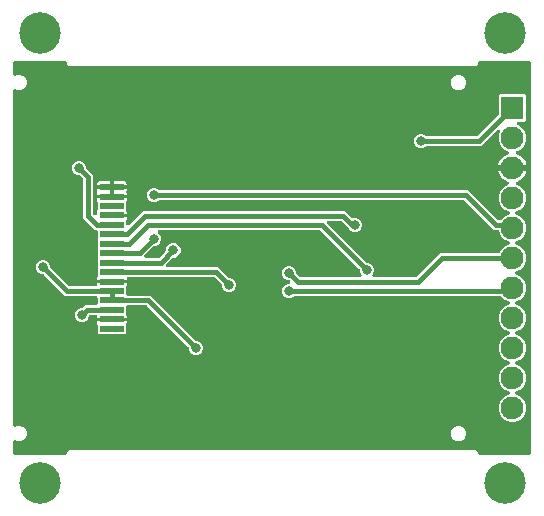
<source format=gbr>
G04 EAGLE Gerber RS-274X export*
G75*
%MOMM*%
%FSLAX34Y34*%
%LPD*%
%INBottom Copper*%
%IPPOS*%
%AMOC8*
5,1,8,0,0,1.08239X$1,22.5*%
G01*
%ADD10C,3.516000*%
%ADD11R,2.000000X0.500000*%
%ADD12R,1.930400X1.930400*%
%ADD13C,1.930400*%
%ADD14C,0.800100*%
%ADD15C,0.406400*%

G36*
X46762Y-1520D02*
X46762Y-1520D01*
X46788Y-1522D01*
X46935Y-1500D01*
X47082Y-1483D01*
X47107Y-1475D01*
X47133Y-1471D01*
X47271Y-1416D01*
X47410Y-1366D01*
X47432Y-1352D01*
X47457Y-1342D01*
X47578Y-1257D01*
X47703Y-1177D01*
X47721Y-1158D01*
X47743Y-1143D01*
X47842Y-1033D01*
X47945Y-926D01*
X47959Y-904D01*
X47976Y-884D01*
X48048Y-754D01*
X48124Y-627D01*
X48132Y-602D01*
X48145Y-579D01*
X48185Y-436D01*
X48230Y-295D01*
X48232Y-269D01*
X48240Y-244D01*
X48259Y0D01*
X48259Y1052D01*
X49748Y2541D01*
X394752Y2541D01*
X396241Y1052D01*
X396241Y0D01*
X396244Y-26D01*
X396242Y-52D01*
X396264Y-199D01*
X396281Y-346D01*
X396289Y-371D01*
X396293Y-397D01*
X396348Y-535D01*
X396398Y-674D01*
X396412Y-696D01*
X396422Y-721D01*
X396507Y-842D01*
X396587Y-967D01*
X396606Y-985D01*
X396621Y-1007D01*
X396731Y-1106D01*
X396838Y-1209D01*
X396860Y-1223D01*
X396880Y-1240D01*
X397010Y-1312D01*
X397137Y-1388D01*
X397162Y-1396D01*
X397185Y-1409D01*
X397328Y-1449D01*
X397469Y-1494D01*
X397495Y-1496D01*
X397520Y-1504D01*
X397764Y-1523D01*
X439420Y-1523D01*
X439446Y-1520D01*
X439472Y-1522D01*
X439619Y-1500D01*
X439766Y-1483D01*
X439791Y-1475D01*
X439817Y-1471D01*
X439955Y-1416D01*
X440094Y-1366D01*
X440116Y-1352D01*
X440141Y-1342D01*
X440262Y-1257D01*
X440387Y-1177D01*
X440405Y-1158D01*
X440427Y-1143D01*
X440526Y-1033D01*
X440629Y-926D01*
X440643Y-904D01*
X440660Y-884D01*
X440732Y-754D01*
X440808Y-627D01*
X440816Y-602D01*
X440829Y-579D01*
X440869Y-436D01*
X440914Y-295D01*
X440916Y-269D01*
X440924Y-244D01*
X440943Y0D01*
X440943Y330200D01*
X440940Y330226D01*
X440942Y330252D01*
X440920Y330399D01*
X440903Y330546D01*
X440895Y330571D01*
X440891Y330597D01*
X440836Y330735D01*
X440786Y330874D01*
X440772Y330896D01*
X440762Y330921D01*
X440677Y331042D01*
X440597Y331167D01*
X440578Y331185D01*
X440563Y331207D01*
X440453Y331306D01*
X440346Y331409D01*
X440324Y331423D01*
X440304Y331440D01*
X440174Y331512D01*
X440047Y331588D01*
X440022Y331596D01*
X439999Y331609D01*
X439856Y331649D01*
X439715Y331694D01*
X439689Y331696D01*
X439664Y331704D01*
X439420Y331723D01*
X397764Y331723D01*
X397738Y331720D01*
X397712Y331722D01*
X397565Y331700D01*
X397418Y331683D01*
X397393Y331675D01*
X397367Y331671D01*
X397229Y331616D01*
X397090Y331566D01*
X397068Y331552D01*
X397043Y331542D01*
X396922Y331457D01*
X396797Y331377D01*
X396779Y331358D01*
X396757Y331343D01*
X396658Y331233D01*
X396555Y331126D01*
X396541Y331104D01*
X396524Y331084D01*
X396452Y330954D01*
X396376Y330827D01*
X396368Y330802D01*
X396355Y330779D01*
X396315Y330636D01*
X396270Y330495D01*
X396268Y330469D01*
X396260Y330444D01*
X396241Y330200D01*
X396241Y329148D01*
X394752Y327659D01*
X49748Y327659D01*
X48259Y329148D01*
X48259Y330200D01*
X48256Y330226D01*
X48258Y330252D01*
X48236Y330399D01*
X48219Y330546D01*
X48211Y330571D01*
X48207Y330597D01*
X48152Y330735D01*
X48102Y330874D01*
X48088Y330896D01*
X48078Y330921D01*
X47993Y331042D01*
X47913Y331167D01*
X47894Y331185D01*
X47879Y331207D01*
X47769Y331306D01*
X47662Y331409D01*
X47640Y331423D01*
X47620Y331440D01*
X47490Y331512D01*
X47363Y331588D01*
X47338Y331596D01*
X47315Y331609D01*
X47172Y331649D01*
X47031Y331694D01*
X47005Y331696D01*
X46980Y331704D01*
X46736Y331723D01*
X4064Y331723D01*
X4038Y331720D01*
X4012Y331722D01*
X3865Y331700D01*
X3718Y331683D01*
X3693Y331675D01*
X3667Y331671D01*
X3529Y331616D01*
X3390Y331566D01*
X3368Y331552D01*
X3343Y331542D01*
X3222Y331457D01*
X3097Y331377D01*
X3079Y331358D01*
X3057Y331343D01*
X2958Y331233D01*
X2855Y331126D01*
X2841Y331104D01*
X2824Y331084D01*
X2752Y330954D01*
X2676Y330827D01*
X2668Y330802D01*
X2655Y330779D01*
X2615Y330636D01*
X2570Y330495D01*
X2568Y330469D01*
X2560Y330444D01*
X2541Y330200D01*
X2541Y320945D01*
X2558Y320797D01*
X2570Y320646D01*
X2578Y320623D01*
X2581Y320599D01*
X2631Y320458D01*
X2677Y320315D01*
X2690Y320294D01*
X2698Y320271D01*
X2780Y320145D01*
X2857Y320016D01*
X2874Y319999D01*
X2887Y319978D01*
X2995Y319874D01*
X3100Y319766D01*
X3120Y319753D01*
X3138Y319736D01*
X3267Y319659D01*
X3393Y319578D01*
X3416Y319570D01*
X3437Y319557D01*
X3580Y319512D01*
X3722Y319461D01*
X3746Y319458D01*
X3769Y319451D01*
X3918Y319439D01*
X4068Y319422D01*
X4092Y319425D01*
X4116Y319423D01*
X4265Y319445D01*
X4414Y319463D01*
X4442Y319472D01*
X4461Y319475D01*
X4505Y319492D01*
X4647Y319538D01*
X6319Y320231D01*
X8921Y320231D01*
X11325Y319235D01*
X13165Y317395D01*
X14161Y314991D01*
X14161Y312389D01*
X13165Y309985D01*
X11325Y308145D01*
X8921Y307149D01*
X6319Y307149D01*
X4647Y307842D01*
X4502Y307883D01*
X4359Y307929D01*
X4335Y307931D01*
X4312Y307938D01*
X4161Y307945D01*
X4012Y307957D01*
X3988Y307953D01*
X3964Y307955D01*
X3816Y307928D01*
X3667Y307905D01*
X3645Y307896D01*
X3621Y307892D01*
X3483Y307832D01*
X3343Y307777D01*
X3323Y307763D01*
X3301Y307753D01*
X3180Y307663D01*
X3057Y307578D01*
X3041Y307560D01*
X3021Y307545D01*
X2924Y307430D01*
X2824Y307319D01*
X2812Y307298D01*
X2796Y307279D01*
X2728Y307145D01*
X2655Y307014D01*
X2649Y306990D01*
X2638Y306969D01*
X2601Y306823D01*
X2560Y306678D01*
X2558Y306649D01*
X2553Y306631D01*
X2553Y306584D01*
X2541Y306435D01*
X2541Y23765D01*
X2558Y23617D01*
X2570Y23466D01*
X2578Y23443D01*
X2581Y23419D01*
X2631Y23278D01*
X2677Y23135D01*
X2690Y23114D01*
X2698Y23091D01*
X2780Y22965D01*
X2857Y22836D01*
X2874Y22819D01*
X2887Y22798D01*
X2995Y22694D01*
X3100Y22586D01*
X3120Y22573D01*
X3138Y22556D01*
X3267Y22479D01*
X3393Y22398D01*
X3416Y22390D01*
X3437Y22377D01*
X3580Y22332D01*
X3722Y22281D01*
X3746Y22278D01*
X3769Y22271D01*
X3918Y22259D01*
X4068Y22242D01*
X4092Y22245D01*
X4116Y22243D01*
X4265Y22265D01*
X4414Y22283D01*
X4442Y22292D01*
X4461Y22295D01*
X4505Y22312D01*
X4647Y22358D01*
X6319Y23051D01*
X8921Y23051D01*
X11325Y22055D01*
X13165Y20215D01*
X14161Y17811D01*
X14161Y15209D01*
X13165Y12805D01*
X11325Y10965D01*
X8921Y9969D01*
X6319Y9969D01*
X4647Y10662D01*
X4502Y10703D01*
X4359Y10749D01*
X4335Y10751D01*
X4312Y10758D01*
X4161Y10765D01*
X4012Y10777D01*
X3988Y10773D01*
X3964Y10775D01*
X3816Y10748D01*
X3667Y10725D01*
X3645Y10716D01*
X3621Y10712D01*
X3483Y10652D01*
X3343Y10597D01*
X3323Y10583D01*
X3301Y10573D01*
X3180Y10483D01*
X3057Y10398D01*
X3041Y10380D01*
X3021Y10365D01*
X2924Y10250D01*
X2824Y10139D01*
X2812Y10118D01*
X2796Y10099D01*
X2728Y9965D01*
X2655Y9834D01*
X2649Y9810D01*
X2638Y9789D01*
X2601Y9643D01*
X2560Y9498D01*
X2558Y9469D01*
X2553Y9451D01*
X2553Y9404D01*
X2541Y9255D01*
X2541Y0D01*
X2544Y-26D01*
X2542Y-52D01*
X2564Y-199D01*
X2581Y-346D01*
X2589Y-371D01*
X2593Y-397D01*
X2648Y-535D01*
X2698Y-674D01*
X2712Y-696D01*
X2722Y-721D01*
X2807Y-842D01*
X2887Y-967D01*
X2906Y-985D01*
X2921Y-1007D01*
X3031Y-1106D01*
X3138Y-1209D01*
X3160Y-1223D01*
X3180Y-1240D01*
X3310Y-1312D01*
X3437Y-1388D01*
X3462Y-1396D01*
X3485Y-1409D01*
X3628Y-1449D01*
X3769Y-1494D01*
X3795Y-1496D01*
X3820Y-1504D01*
X4064Y-1523D01*
X46736Y-1523D01*
X46762Y-1520D01*
G37*
%LPC*%
G36*
X423126Y26415D02*
X423126Y26415D01*
X418831Y28194D01*
X415544Y31481D01*
X413765Y35776D01*
X413765Y40424D01*
X415544Y44719D01*
X418831Y48006D01*
X422179Y49393D01*
X422267Y49441D01*
X422359Y49482D01*
X422419Y49526D01*
X422484Y49562D01*
X422558Y49629D01*
X422639Y49689D01*
X422687Y49746D01*
X422742Y49796D01*
X422799Y49879D01*
X422864Y49955D01*
X422898Y50022D01*
X422940Y50083D01*
X422977Y50176D01*
X423023Y50266D01*
X423041Y50338D01*
X423068Y50407D01*
X423083Y50506D01*
X423107Y50604D01*
X423108Y50678D01*
X423119Y50752D01*
X423111Y50852D01*
X423112Y50952D01*
X423096Y51025D01*
X423090Y51099D01*
X423059Y51195D01*
X423038Y51293D01*
X423006Y51360D01*
X422983Y51431D01*
X422931Y51517D01*
X422888Y51608D01*
X422842Y51666D01*
X422803Y51729D01*
X422733Y51802D01*
X422671Y51880D01*
X422612Y51926D01*
X422560Y51979D01*
X422476Y52034D01*
X422397Y52096D01*
X422308Y52142D01*
X422267Y52168D01*
X422233Y52180D01*
X422179Y52207D01*
X418831Y53594D01*
X415544Y56881D01*
X413765Y61176D01*
X413765Y65824D01*
X415544Y70119D01*
X418831Y73406D01*
X422179Y74793D01*
X422267Y74841D01*
X422359Y74882D01*
X422419Y74926D01*
X422484Y74962D01*
X422558Y75029D01*
X422639Y75089D01*
X422687Y75146D01*
X422742Y75196D01*
X422799Y75279D01*
X422864Y75355D01*
X422898Y75422D01*
X422940Y75483D01*
X422977Y75576D01*
X423023Y75666D01*
X423041Y75738D01*
X423068Y75807D01*
X423083Y75906D01*
X423107Y76004D01*
X423108Y76078D01*
X423119Y76152D01*
X423111Y76252D01*
X423112Y76352D01*
X423096Y76425D01*
X423090Y76499D01*
X423059Y76595D01*
X423038Y76693D01*
X423006Y76760D01*
X422983Y76831D01*
X422931Y76917D01*
X422888Y77008D01*
X422842Y77066D01*
X422803Y77129D01*
X422733Y77202D01*
X422671Y77280D01*
X422612Y77326D01*
X422560Y77379D01*
X422476Y77434D01*
X422397Y77496D01*
X422308Y77542D01*
X422267Y77568D01*
X422233Y77580D01*
X422179Y77607D01*
X418831Y78994D01*
X415544Y82281D01*
X413765Y86576D01*
X413765Y91224D01*
X415544Y95519D01*
X418831Y98806D01*
X422179Y100193D01*
X422267Y100241D01*
X422359Y100282D01*
X422419Y100326D01*
X422484Y100362D01*
X422558Y100429D01*
X422639Y100489D01*
X422687Y100546D01*
X422742Y100596D01*
X422799Y100679D01*
X422864Y100755D01*
X422898Y100822D01*
X422940Y100883D01*
X422977Y100976D01*
X423023Y101066D01*
X423041Y101138D01*
X423068Y101207D01*
X423083Y101306D01*
X423107Y101404D01*
X423108Y101478D01*
X423119Y101552D01*
X423111Y101652D01*
X423112Y101752D01*
X423096Y101825D01*
X423090Y101899D01*
X423059Y101995D01*
X423038Y102093D01*
X423006Y102160D01*
X422983Y102231D01*
X422931Y102317D01*
X422888Y102408D01*
X422842Y102466D01*
X422803Y102529D01*
X422733Y102602D01*
X422671Y102680D01*
X422612Y102726D01*
X422560Y102779D01*
X422476Y102834D01*
X422397Y102896D01*
X422308Y102942D01*
X422267Y102968D01*
X422233Y102980D01*
X422179Y103007D01*
X418831Y104394D01*
X415544Y107681D01*
X413765Y111976D01*
X413765Y116624D01*
X415544Y120919D01*
X418831Y124206D01*
X422179Y125593D01*
X422267Y125641D01*
X422359Y125682D01*
X422419Y125726D01*
X422484Y125762D01*
X422558Y125829D01*
X422639Y125889D01*
X422687Y125946D01*
X422742Y125996D01*
X422799Y126079D01*
X422864Y126155D01*
X422898Y126222D01*
X422940Y126283D01*
X422977Y126376D01*
X423023Y126466D01*
X423041Y126538D01*
X423068Y126607D01*
X423083Y126706D01*
X423107Y126804D01*
X423108Y126878D01*
X423119Y126952D01*
X423111Y127052D01*
X423112Y127152D01*
X423096Y127225D01*
X423090Y127299D01*
X423059Y127395D01*
X423038Y127493D01*
X423006Y127560D01*
X422983Y127631D01*
X422931Y127717D01*
X422888Y127808D01*
X422842Y127866D01*
X422803Y127929D01*
X422733Y128002D01*
X422671Y128080D01*
X422612Y128126D01*
X422560Y128179D01*
X422476Y128234D01*
X422397Y128296D01*
X422308Y128342D01*
X422267Y128368D01*
X422233Y128380D01*
X422179Y128407D01*
X418831Y129794D01*
X415976Y132649D01*
X415877Y132728D01*
X415783Y132812D01*
X415741Y132836D01*
X415703Y132866D01*
X415589Y132920D01*
X415478Y132981D01*
X415432Y132994D01*
X415388Y133015D01*
X415265Y133041D01*
X415143Y133076D01*
X415082Y133081D01*
X415047Y133088D01*
X414999Y133087D01*
X414899Y133095D01*
X241319Y133095D01*
X241193Y133081D01*
X241067Y133074D01*
X241020Y133061D01*
X240972Y133055D01*
X240853Y133013D01*
X240732Y132978D01*
X240690Y132954D01*
X240644Y132938D01*
X240538Y132869D01*
X240428Y132808D01*
X240381Y132768D01*
X240351Y132749D01*
X240318Y132714D01*
X240241Y132649D01*
X239638Y132045D01*
X237420Y131127D01*
X235020Y131127D01*
X232802Y132045D01*
X231105Y133742D01*
X230187Y135960D01*
X230187Y138360D01*
X231105Y140578D01*
X232802Y142275D01*
X235020Y143193D01*
X236001Y143193D01*
X236101Y143205D01*
X236201Y143206D01*
X236273Y143225D01*
X236347Y143233D01*
X236442Y143267D01*
X236539Y143292D01*
X236605Y143326D01*
X236675Y143351D01*
X236760Y143405D01*
X236849Y143451D01*
X236906Y143499D01*
X236968Y143540D01*
X237038Y143612D01*
X237114Y143677D01*
X237159Y143737D01*
X237210Y143790D01*
X237262Y143877D01*
X237322Y143957D01*
X237351Y144026D01*
X237389Y144089D01*
X237420Y144185D01*
X237460Y144277D01*
X237473Y144351D01*
X237495Y144421D01*
X237503Y144521D01*
X237521Y144620D01*
X237517Y144695D01*
X237523Y144769D01*
X237508Y144868D01*
X237503Y144968D01*
X237483Y145040D01*
X237472Y145113D01*
X237434Y145207D01*
X237407Y145303D01*
X237370Y145368D01*
X237343Y145437D01*
X237286Y145520D01*
X237236Y145607D01*
X237171Y145684D01*
X237144Y145723D01*
X237117Y145747D01*
X237078Y145794D01*
X236951Y145921D01*
X236852Y145999D01*
X236758Y146084D01*
X236716Y146107D01*
X236678Y146137D01*
X236564Y146191D01*
X236453Y146252D01*
X236406Y146266D01*
X236363Y146286D01*
X236239Y146313D01*
X236118Y146347D01*
X236057Y146352D01*
X236022Y146360D01*
X235974Y146359D01*
X235874Y146367D01*
X235020Y146367D01*
X232802Y147285D01*
X231105Y148982D01*
X230187Y151200D01*
X230187Y153600D01*
X231105Y155818D01*
X232802Y157515D01*
X235020Y158433D01*
X237420Y158433D01*
X239638Y157515D01*
X241335Y155818D01*
X242253Y153600D01*
X242253Y152746D01*
X242268Y152621D01*
X242274Y152494D01*
X242288Y152448D01*
X242293Y152400D01*
X242336Y152281D01*
X242371Y152159D01*
X242394Y152117D01*
X242411Y152072D01*
X242479Y151966D01*
X242541Y151855D01*
X242580Y151809D01*
X242600Y151779D01*
X242634Y151745D01*
X242699Y151669D01*
X245078Y149291D01*
X245177Y149212D01*
X245270Y149128D01*
X245313Y149104D01*
X245351Y149074D01*
X245465Y149020D01*
X245575Y148959D01*
X245622Y148946D01*
X245666Y148925D01*
X245789Y148899D01*
X245911Y148864D01*
X245972Y148859D01*
X246006Y148852D01*
X246054Y148853D01*
X246155Y148845D01*
X296146Y148845D01*
X296245Y148856D01*
X296346Y148858D01*
X296418Y148876D01*
X296492Y148885D01*
X296586Y148918D01*
X296684Y148943D01*
X296750Y148977D01*
X296820Y149002D01*
X296904Y149057D01*
X296994Y149103D01*
X297050Y149151D01*
X297113Y149191D01*
X297182Y149263D01*
X297259Y149328D01*
X297303Y149388D01*
X297355Y149442D01*
X297406Y149528D01*
X297466Y149609D01*
X297496Y149677D01*
X297534Y149741D01*
X297564Y149836D01*
X297604Y149929D01*
X297617Y150002D01*
X297640Y150073D01*
X297648Y150173D01*
X297666Y150272D01*
X297662Y150346D01*
X297668Y150420D01*
X297653Y150519D01*
X297648Y150620D01*
X297627Y150691D01*
X297616Y150765D01*
X297579Y150858D01*
X297551Y150955D01*
X297515Y151020D01*
X297487Y151089D01*
X297430Y151171D01*
X297381Y151259D01*
X297316Y151335D01*
X297289Y151375D01*
X297262Y151399D01*
X297223Y151445D01*
X297145Y151522D01*
X296227Y153740D01*
X296227Y154594D01*
X296212Y154719D01*
X296206Y154846D01*
X296192Y154892D01*
X296187Y154940D01*
X296144Y155059D01*
X296109Y155181D01*
X296086Y155223D01*
X296069Y155268D01*
X296001Y155374D01*
X295939Y155485D01*
X295900Y155531D01*
X295880Y155561D01*
X295846Y155595D01*
X295781Y155671D01*
X262922Y188529D01*
X262823Y188608D01*
X262730Y188692D01*
X262687Y188716D01*
X262649Y188746D01*
X262535Y188800D01*
X262425Y188861D01*
X262378Y188874D01*
X262334Y188895D01*
X262211Y188921D01*
X262089Y188956D01*
X262028Y188961D01*
X261994Y188968D01*
X261946Y188967D01*
X261845Y188975D01*
X126484Y188975D01*
X126385Y188964D01*
X126284Y188962D01*
X126212Y188944D01*
X126138Y188935D01*
X126044Y188902D01*
X125946Y188877D01*
X125880Y188843D01*
X125810Y188818D01*
X125726Y188763D01*
X125636Y188717D01*
X125580Y188669D01*
X125517Y188629D01*
X125448Y188557D01*
X125371Y188492D01*
X125327Y188432D01*
X125275Y188378D01*
X125224Y188292D01*
X125164Y188211D01*
X125134Y188143D01*
X125096Y188079D01*
X125066Y187983D01*
X125026Y187891D01*
X125013Y187818D01*
X124990Y187747D01*
X124982Y187647D01*
X124964Y187548D01*
X124968Y187474D01*
X124962Y187400D01*
X124977Y187300D01*
X124982Y187200D01*
X125003Y187129D01*
X125014Y187055D01*
X125051Y186962D01*
X125079Y186865D01*
X125115Y186800D01*
X125143Y186731D01*
X125200Y186649D01*
X125249Y186561D01*
X125314Y186485D01*
X125341Y186445D01*
X125368Y186421D01*
X125407Y186375D01*
X127035Y184748D01*
X127953Y182530D01*
X127953Y180130D01*
X127035Y177912D01*
X125338Y176215D01*
X123120Y175297D01*
X122266Y175297D01*
X122141Y175282D01*
X122014Y175276D01*
X121968Y175262D01*
X121920Y175257D01*
X121801Y175214D01*
X121679Y175179D01*
X121637Y175156D01*
X121592Y175139D01*
X121485Y175071D01*
X121375Y175009D01*
X121329Y174970D01*
X121299Y174950D01*
X121265Y174916D01*
X121189Y174851D01*
X114103Y167765D01*
X114041Y167687D01*
X113971Y167614D01*
X113933Y167550D01*
X113887Y167492D01*
X113844Y167401D01*
X113792Y167315D01*
X113770Y167244D01*
X113738Y167177D01*
X113717Y167079D01*
X113686Y166983D01*
X113680Y166909D01*
X113665Y166836D01*
X113666Y166736D01*
X113658Y166636D01*
X113669Y166562D01*
X113671Y166488D01*
X113695Y166391D01*
X113710Y166291D01*
X113737Y166222D01*
X113756Y166150D01*
X113802Y166060D01*
X113839Y165967D01*
X113881Y165906D01*
X113915Y165840D01*
X113980Y165763D01*
X114038Y165681D01*
X114093Y165631D01*
X114141Y165575D01*
X114222Y165515D01*
X114296Y165448D01*
X114361Y165412D01*
X114421Y165367D01*
X114514Y165328D01*
X114601Y165279D01*
X114673Y165259D01*
X114741Y165229D01*
X114840Y165212D01*
X114937Y165184D01*
X115037Y165176D01*
X115084Y165168D01*
X115120Y165170D01*
X115181Y165165D01*
X125765Y165165D01*
X125891Y165179D01*
X126017Y165186D01*
X126064Y165199D01*
X126112Y165205D01*
X126231Y165247D01*
X126352Y165282D01*
X126394Y165306D01*
X126440Y165322D01*
X126546Y165391D01*
X126656Y165452D01*
X126702Y165492D01*
X126732Y165511D01*
X126766Y165546D01*
X126842Y165611D01*
X131329Y170097D01*
X131372Y170152D01*
X131422Y170200D01*
X131480Y170288D01*
X131545Y170370D01*
X131575Y170433D01*
X131613Y170491D01*
X131649Y170590D01*
X131694Y170685D01*
X131709Y170753D01*
X131733Y170819D01*
X131759Y170985D01*
X131768Y171026D01*
X131767Y171040D01*
X131771Y171061D01*
X131772Y171082D01*
X131867Y171164D01*
X131873Y171171D01*
X131880Y171175D01*
X131990Y171297D01*
X132104Y171420D01*
X132108Y171428D01*
X132114Y171434D01*
X132194Y171580D01*
X132276Y171723D01*
X132278Y171732D01*
X132282Y171739D01*
X132328Y171899D01*
X132374Y172057D01*
X132375Y172066D01*
X132377Y172075D01*
X132397Y172318D01*
X132397Y172650D01*
X133315Y174868D01*
X135012Y176565D01*
X137230Y177483D01*
X139630Y177483D01*
X141848Y176565D01*
X143545Y174868D01*
X144463Y172650D01*
X144463Y170250D01*
X143545Y168032D01*
X141848Y166335D01*
X139630Y165417D01*
X138776Y165417D01*
X138651Y165402D01*
X138524Y165396D01*
X138478Y165382D01*
X138430Y165377D01*
X138311Y165334D01*
X138189Y165299D01*
X138147Y165276D01*
X138102Y165259D01*
X137996Y165191D01*
X137885Y165129D01*
X137839Y165090D01*
X137809Y165070D01*
X137775Y165036D01*
X137699Y164971D01*
X132493Y159765D01*
X132431Y159687D01*
X132361Y159614D01*
X132323Y159550D01*
X132277Y159492D01*
X132234Y159401D01*
X132182Y159315D01*
X132160Y159244D01*
X132128Y159177D01*
X132107Y159079D01*
X132076Y158983D01*
X132070Y158909D01*
X132055Y158836D01*
X132056Y158736D01*
X132048Y158636D01*
X132059Y158562D01*
X132061Y158488D01*
X132085Y158391D01*
X132100Y158291D01*
X132127Y158222D01*
X132146Y158150D01*
X132192Y158060D01*
X132229Y157967D01*
X132271Y157906D01*
X132305Y157840D01*
X132370Y157763D01*
X132428Y157681D01*
X132483Y157631D01*
X132531Y157575D01*
X132612Y157515D01*
X132686Y157448D01*
X132751Y157412D01*
X132811Y157367D01*
X132903Y157328D01*
X132991Y157279D01*
X133063Y157259D01*
X133131Y157229D01*
X133230Y157212D01*
X133327Y157184D01*
X133427Y157176D01*
X133474Y157168D01*
X133510Y157170D01*
X133571Y157165D01*
X176244Y157165D01*
X184689Y148719D01*
X184788Y148641D01*
X184882Y148556D01*
X184924Y148533D01*
X184962Y148503D01*
X185076Y148449D01*
X185187Y148388D01*
X185233Y148374D01*
X185277Y148354D01*
X185401Y148327D01*
X185522Y148293D01*
X185583Y148288D01*
X185618Y148280D01*
X185666Y148281D01*
X185766Y148273D01*
X186620Y148273D01*
X188838Y147355D01*
X190535Y145658D01*
X191453Y143440D01*
X191453Y141040D01*
X190535Y138822D01*
X188838Y137125D01*
X186620Y136207D01*
X184220Y136207D01*
X182002Y137125D01*
X180305Y138822D01*
X179387Y141040D01*
X179387Y141894D01*
X179372Y142019D01*
X179366Y142146D01*
X179352Y142192D01*
X179347Y142240D01*
X179304Y142359D01*
X179269Y142481D01*
X179246Y142523D01*
X179229Y142568D01*
X179161Y142674D01*
X179099Y142785D01*
X179060Y142831D01*
X179040Y142861D01*
X179006Y142895D01*
X178941Y142971D01*
X173322Y148589D01*
X173223Y148668D01*
X173130Y148752D01*
X173087Y148776D01*
X173049Y148806D01*
X172935Y148860D01*
X172825Y148921D01*
X172778Y148934D01*
X172734Y148955D01*
X172611Y148981D01*
X172489Y149016D01*
X172428Y149021D01*
X172394Y149028D01*
X172346Y149027D01*
X172245Y149035D01*
X100234Y149035D01*
X100208Y149032D01*
X100182Y149034D01*
X100035Y149012D01*
X99888Y148995D01*
X99863Y148987D01*
X99837Y148983D01*
X99699Y148928D01*
X99560Y148878D01*
X99538Y148864D01*
X99513Y148854D01*
X99392Y148769D01*
X99267Y148689D01*
X99249Y148670D01*
X99227Y148655D01*
X99128Y148545D01*
X99025Y148438D01*
X99011Y148416D01*
X98994Y148396D01*
X98922Y148266D01*
X98846Y148139D01*
X98838Y148114D01*
X98825Y148091D01*
X98785Y147948D01*
X98740Y147807D01*
X98738Y147781D01*
X98730Y147756D01*
X98711Y147512D01*
X98711Y146623D01*
X86170Y146623D01*
X73629Y146623D01*
X73629Y147935D01*
X73802Y148581D01*
X73933Y148807D01*
X73974Y148901D01*
X74023Y148990D01*
X74043Y149060D01*
X74072Y149127D01*
X74090Y149227D01*
X74118Y149325D01*
X74126Y149423D01*
X74134Y149470D01*
X74132Y149506D01*
X74137Y149569D01*
X74137Y156859D01*
X74157Y156951D01*
X74157Y156977D01*
X74161Y157004D01*
X74154Y157151D01*
X74151Y157299D01*
X74145Y157325D01*
X74143Y157352D01*
X74137Y157373D01*
X74137Y164859D01*
X74157Y164951D01*
X74157Y164977D01*
X74161Y165004D01*
X74154Y165151D01*
X74151Y165299D01*
X74145Y165325D01*
X74143Y165352D01*
X74137Y165373D01*
X74137Y172859D01*
X74157Y172951D01*
X74157Y172977D01*
X74161Y173004D01*
X74154Y173151D01*
X74151Y173299D01*
X74145Y173325D01*
X74143Y173352D01*
X74137Y173373D01*
X74137Y180859D01*
X74157Y180951D01*
X74157Y180977D01*
X74161Y181004D01*
X74154Y181151D01*
X74151Y181299D01*
X74145Y181325D01*
X74143Y181352D01*
X74137Y181373D01*
X74137Y187512D01*
X74134Y187538D01*
X74136Y187564D01*
X74114Y187711D01*
X74097Y187858D01*
X74089Y187883D01*
X74085Y187909D01*
X74030Y188047D01*
X73980Y188186D01*
X73966Y188208D01*
X73956Y188233D01*
X73871Y188354D01*
X73791Y188479D01*
X73772Y188497D01*
X73757Y188519D01*
X73647Y188618D01*
X73540Y188721D01*
X73518Y188735D01*
X73498Y188752D01*
X73368Y188824D01*
X73241Y188900D01*
X73216Y188908D01*
X73193Y188921D01*
X73050Y188961D01*
X72909Y189006D01*
X72883Y189008D01*
X72858Y189016D01*
X72614Y189035D01*
X71916Y189035D01*
X61975Y198976D01*
X61975Y231365D01*
X61961Y231491D01*
X61954Y231617D01*
X61941Y231664D01*
X61935Y231712D01*
X61893Y231831D01*
X61858Y231952D01*
X61834Y231994D01*
X61818Y232040D01*
X61749Y232146D01*
X61688Y232256D01*
X61648Y232302D01*
X61629Y232332D01*
X61594Y232366D01*
X61529Y232442D01*
X59151Y234821D01*
X59052Y234899D01*
X58958Y234984D01*
X58916Y235007D01*
X58878Y235037D01*
X58764Y235091D01*
X58653Y235152D01*
X58607Y235166D01*
X58563Y235186D01*
X58439Y235213D01*
X58318Y235247D01*
X58257Y235252D01*
X58222Y235260D01*
X58174Y235259D01*
X58074Y235267D01*
X57220Y235267D01*
X55002Y236185D01*
X53305Y237882D01*
X52387Y240100D01*
X52387Y242500D01*
X53305Y244718D01*
X55002Y246415D01*
X57220Y247333D01*
X59620Y247333D01*
X61838Y246415D01*
X63535Y244718D01*
X64453Y242500D01*
X64453Y241646D01*
X64468Y241521D01*
X64474Y241394D01*
X64488Y241348D01*
X64493Y241300D01*
X64536Y241181D01*
X64571Y241059D01*
X64594Y241017D01*
X64611Y240972D01*
X64679Y240866D01*
X64741Y240755D01*
X64780Y240709D01*
X64800Y240679D01*
X64834Y240645D01*
X64899Y240569D01*
X70105Y235364D01*
X70105Y202975D01*
X70119Y202849D01*
X70126Y202723D01*
X70139Y202676D01*
X70145Y202628D01*
X70187Y202509D01*
X70222Y202388D01*
X70246Y202346D01*
X70262Y202300D01*
X70331Y202194D01*
X70392Y202084D01*
X70432Y202038D01*
X70451Y202008D01*
X70486Y201974D01*
X70551Y201898D01*
X71029Y201420D01*
X71107Y201357D01*
X71180Y201287D01*
X71244Y201249D01*
X71302Y201203D01*
X71393Y201160D01*
X71479Y201108D01*
X71550Y201086D01*
X71617Y201054D01*
X71715Y201033D01*
X71811Y201002D01*
X71885Y200996D01*
X71958Y200981D01*
X72058Y200982D01*
X72158Y200974D01*
X72232Y200985D01*
X72306Y200987D01*
X72404Y201011D01*
X72503Y201026D01*
X72572Y201053D01*
X72644Y201072D01*
X72733Y201118D01*
X72827Y201155D01*
X72888Y201197D01*
X72954Y201231D01*
X73030Y201296D01*
X73113Y201354D01*
X73163Y201409D01*
X73219Y201457D01*
X73279Y201538D01*
X73346Y201612D01*
X73382Y201678D01*
X73427Y201737D01*
X73466Y201829D01*
X73515Y201917D01*
X73535Y201989D01*
X73565Y202057D01*
X73582Y202156D01*
X73610Y202253D01*
X73618Y202353D01*
X73626Y202400D01*
X73624Y202436D01*
X73629Y202497D01*
X73629Y203935D01*
X73802Y204581D01*
X73933Y204807D01*
X73974Y204901D01*
X74023Y204990D01*
X74043Y205060D01*
X74072Y205127D01*
X74090Y205227D01*
X74118Y205325D01*
X74126Y205423D01*
X74134Y205470D01*
X74132Y205506D01*
X74137Y205569D01*
X74137Y212631D01*
X74126Y212732D01*
X74124Y212834D01*
X74106Y212905D01*
X74097Y212977D01*
X74063Y213073D01*
X74038Y213172D01*
X73996Y213261D01*
X73980Y213305D01*
X73960Y213336D01*
X73933Y213393D01*
X73802Y213619D01*
X73629Y214265D01*
X73629Y215577D01*
X86170Y215577D01*
X98711Y215577D01*
X98711Y214265D01*
X98538Y213619D01*
X98407Y213393D01*
X98366Y213299D01*
X98317Y213210D01*
X98297Y213140D01*
X98268Y213073D01*
X98250Y212973D01*
X98222Y212875D01*
X98214Y212777D01*
X98206Y212730D01*
X98208Y212694D01*
X98203Y212631D01*
X98203Y205569D01*
X98214Y205468D01*
X98216Y205366D01*
X98234Y205295D01*
X98243Y205223D01*
X98277Y205127D01*
X98302Y205028D01*
X98344Y204939D01*
X98360Y204895D01*
X98380Y204864D01*
X98407Y204807D01*
X98538Y204581D01*
X98711Y203935D01*
X98711Y202623D01*
X86170Y202623D01*
X86144Y202620D01*
X86118Y202622D01*
X85971Y202600D01*
X85824Y202584D01*
X85799Y202575D01*
X85773Y202571D01*
X85636Y202516D01*
X85496Y202466D01*
X85474Y202452D01*
X85450Y202442D01*
X85328Y202358D01*
X85203Y202277D01*
X85185Y202258D01*
X85163Y202243D01*
X85064Y202133D01*
X84961Y202026D01*
X84948Y202004D01*
X84930Y201984D01*
X84858Y201854D01*
X84782Y201727D01*
X84774Y201702D01*
X84761Y201679D01*
X84721Y201536D01*
X84676Y201395D01*
X84674Y201369D01*
X84667Y201344D01*
X84647Y201100D01*
X84650Y201074D01*
X84648Y201048D01*
X84670Y200901D01*
X84687Y200754D01*
X84696Y200729D01*
X84700Y200703D01*
X84754Y200565D01*
X84804Y200426D01*
X84819Y200403D01*
X84828Y200379D01*
X84913Y200258D01*
X84993Y200133D01*
X85012Y200114D01*
X85027Y200093D01*
X85137Y199994D01*
X85244Y199891D01*
X85267Y199877D01*
X85286Y199859D01*
X85416Y199788D01*
X85543Y199712D01*
X85568Y199704D01*
X85591Y199691D01*
X85734Y199651D01*
X85875Y199605D01*
X85901Y199603D01*
X85927Y199596D01*
X86170Y199577D01*
X98711Y199577D01*
X98711Y198265D01*
X98538Y197619D01*
X98407Y197393D01*
X98366Y197299D01*
X98317Y197210D01*
X98297Y197140D01*
X98268Y197073D01*
X98250Y196973D01*
X98222Y196875D01*
X98214Y196777D01*
X98206Y196730D01*
X98208Y196694D01*
X98203Y196631D01*
X98203Y193989D01*
X98214Y193889D01*
X98216Y193788D01*
X98234Y193716D01*
X98243Y193642D01*
X98276Y193548D01*
X98301Y193450D01*
X98335Y193384D01*
X98360Y193314D01*
X98415Y193230D01*
X98461Y193141D01*
X98509Y193084D01*
X98549Y193021D01*
X98621Y192952D01*
X98686Y192875D01*
X98746Y192831D01*
X98800Y192779D01*
X98886Y192728D01*
X98967Y192668D01*
X99035Y192639D01*
X99099Y192600D01*
X99195Y192570D01*
X99287Y192530D01*
X99360Y192517D01*
X99431Y192494D01*
X99531Y192486D01*
X99630Y192468D01*
X99704Y192472D01*
X99778Y192466D01*
X99878Y192481D01*
X99978Y192486D01*
X100049Y192507D01*
X100123Y192518D01*
X100216Y192555D01*
X100313Y192583D01*
X100378Y192619D01*
X100447Y192647D01*
X100529Y192704D01*
X100617Y192753D01*
X100693Y192818D01*
X100733Y192846D01*
X100757Y192872D01*
X100803Y192911D01*
X109789Y201898D01*
X112616Y204725D01*
X283624Y204725D01*
X289031Y199317D01*
X289091Y199270D01*
X289145Y199215D01*
X289227Y199161D01*
X289304Y199100D01*
X289373Y199068D01*
X289438Y199026D01*
X289531Y198994D01*
X289619Y198952D01*
X289694Y198935D01*
X289766Y198910D01*
X289864Y198899D01*
X289960Y198878D01*
X290037Y198879D01*
X290113Y198871D01*
X290210Y198882D01*
X290309Y198884D01*
X290383Y198903D01*
X290459Y198912D01*
X290601Y198958D01*
X290647Y198969D01*
X290664Y198978D01*
X290691Y198987D01*
X290900Y199073D01*
X293300Y199073D01*
X295518Y198155D01*
X297215Y196458D01*
X298133Y194240D01*
X298133Y191840D01*
X297215Y189622D01*
X295518Y187925D01*
X293300Y187007D01*
X290900Y187007D01*
X288682Y187925D01*
X286985Y189622D01*
X286929Y189759D01*
X286928Y189760D01*
X286927Y189763D01*
X286841Y189917D01*
X286760Y190063D01*
X286758Y190065D01*
X286757Y190067D01*
X286599Y190253D01*
X285049Y191802D01*
X285049Y191803D01*
X280702Y196149D01*
X280603Y196228D01*
X280510Y196312D01*
X280467Y196336D01*
X280429Y196366D01*
X280315Y196420D01*
X280205Y196481D01*
X280158Y196494D01*
X280114Y196515D01*
X279991Y196541D01*
X279869Y196576D01*
X279808Y196581D01*
X279774Y196588D01*
X279726Y196587D01*
X279625Y196595D01*
X270031Y196595D01*
X269931Y196584D01*
X269830Y196582D01*
X269758Y196564D01*
X269684Y196555D01*
X269590Y196522D01*
X269492Y196497D01*
X269426Y196463D01*
X269356Y196438D01*
X269272Y196383D01*
X269183Y196337D01*
X269126Y196289D01*
X269063Y196249D01*
X268994Y196177D01*
X268917Y196112D01*
X268873Y196052D01*
X268821Y195998D01*
X268770Y195912D01*
X268710Y195831D01*
X268681Y195763D01*
X268642Y195699D01*
X268612Y195603D01*
X268572Y195511D01*
X268559Y195438D01*
X268536Y195367D01*
X268528Y195267D01*
X268510Y195168D01*
X268514Y195094D01*
X268508Y195020D01*
X268523Y194920D01*
X268528Y194820D01*
X268549Y194749D01*
X268560Y194675D01*
X268597Y194582D01*
X268625Y194485D01*
X268661Y194420D01*
X268689Y194351D01*
X268746Y194269D01*
X268795Y194181D01*
X268860Y194105D01*
X268888Y194065D01*
X268914Y194041D01*
X268953Y193995D01*
X301529Y161419D01*
X301628Y161341D01*
X301722Y161256D01*
X301764Y161233D01*
X301802Y161203D01*
X301916Y161149D01*
X302027Y161088D01*
X302073Y161074D01*
X302117Y161054D01*
X302241Y161027D01*
X302362Y160993D01*
X302423Y160988D01*
X302458Y160980D01*
X302506Y160981D01*
X302606Y160973D01*
X303460Y160973D01*
X305678Y160055D01*
X307375Y158358D01*
X308293Y156140D01*
X308293Y153740D01*
X307375Y151522D01*
X307297Y151445D01*
X307235Y151367D01*
X307165Y151294D01*
X307127Y151230D01*
X307081Y151172D01*
X307038Y151081D01*
X306986Y150995D01*
X306964Y150924D01*
X306932Y150857D01*
X306911Y150759D01*
X306880Y150663D01*
X306874Y150589D01*
X306858Y150516D01*
X306860Y150416D01*
X306852Y150316D01*
X306863Y150242D01*
X306864Y150168D01*
X306889Y150070D01*
X306904Y149971D01*
X306931Y149902D01*
X306949Y149830D01*
X306995Y149741D01*
X307033Y149647D01*
X307075Y149586D01*
X307109Y149520D01*
X307174Y149443D01*
X307231Y149361D01*
X307287Y149311D01*
X307335Y149255D01*
X307416Y149195D01*
X307490Y149128D01*
X307555Y149092D01*
X307615Y149048D01*
X307707Y149008D01*
X307795Y148959D01*
X307867Y148939D01*
X307935Y148909D01*
X308034Y148892D01*
X308131Y148864D01*
X308231Y148856D01*
X308278Y148848D01*
X308314Y148850D01*
X308374Y148845D01*
X343125Y148845D01*
X343251Y148859D01*
X343377Y148866D01*
X343424Y148879D01*
X343472Y148885D01*
X343591Y148927D01*
X343712Y148962D01*
X343754Y148986D01*
X343800Y149002D01*
X343906Y149071D01*
X344016Y149132D01*
X344062Y149172D01*
X344092Y149191D01*
X344126Y149226D01*
X344202Y149291D01*
X364076Y169165D01*
X413468Y169165D01*
X413544Y169173D01*
X413621Y169172D01*
X413717Y169193D01*
X413815Y169205D01*
X413887Y169230D01*
X413961Y169247D01*
X414050Y169289D01*
X414143Y169322D01*
X414207Y169364D01*
X414276Y169396D01*
X414353Y169458D01*
X414436Y169511D01*
X414489Y169566D01*
X414548Y169614D01*
X414609Y169691D01*
X414678Y169762D01*
X414717Y169827D01*
X414764Y169887D01*
X414832Y170020D01*
X414857Y170061D01*
X414862Y170079D01*
X414876Y170105D01*
X415544Y171719D01*
X418831Y175006D01*
X422179Y176393D01*
X422267Y176441D01*
X422359Y176482D01*
X422419Y176526D01*
X422484Y176562D01*
X422558Y176629D01*
X422639Y176689D01*
X422687Y176746D01*
X422742Y176796D01*
X422799Y176879D01*
X422864Y176955D01*
X422898Y177022D01*
X422940Y177083D01*
X422977Y177176D01*
X423023Y177266D01*
X423041Y177338D01*
X423068Y177407D01*
X423083Y177506D01*
X423107Y177604D01*
X423108Y177678D01*
X423119Y177752D01*
X423111Y177852D01*
X423112Y177952D01*
X423096Y178025D01*
X423090Y178099D01*
X423059Y178195D01*
X423038Y178293D01*
X423006Y178360D01*
X422983Y178431D01*
X422931Y178517D01*
X422888Y178608D01*
X422842Y178666D01*
X422803Y178729D01*
X422733Y178802D01*
X422671Y178880D01*
X422612Y178926D01*
X422560Y178979D01*
X422476Y179034D01*
X422397Y179096D01*
X422308Y179142D01*
X422267Y179168D01*
X422233Y179180D01*
X422179Y179207D01*
X418831Y180594D01*
X415544Y183881D01*
X413824Y188035D01*
X413786Y188102D01*
X413758Y188173D01*
X413702Y188254D01*
X413654Y188340D01*
X413603Y188396D01*
X413559Y188459D01*
X413486Y188525D01*
X413420Y188598D01*
X413357Y188641D01*
X413301Y188692D01*
X413214Y188740D01*
X413133Y188796D01*
X413062Y188824D01*
X412995Y188861D01*
X412901Y188888D01*
X412809Y188924D01*
X412734Y188935D01*
X412660Y188956D01*
X412511Y188968D01*
X412464Y188975D01*
X412445Y188973D01*
X412416Y188975D01*
X409796Y188975D01*
X384842Y213929D01*
X384743Y214008D01*
X384650Y214092D01*
X384607Y214116D01*
X384569Y214146D01*
X384455Y214200D01*
X384345Y214261D01*
X384298Y214274D01*
X384254Y214295D01*
X384131Y214321D01*
X384009Y214356D01*
X383948Y214361D01*
X383914Y214368D01*
X383866Y214367D01*
X383765Y214375D01*
X127019Y214375D01*
X126893Y214361D01*
X126767Y214354D01*
X126720Y214341D01*
X126672Y214335D01*
X126553Y214293D01*
X126432Y214258D01*
X126390Y214234D01*
X126344Y214218D01*
X126238Y214149D01*
X126128Y214088D01*
X126081Y214048D01*
X126051Y214029D01*
X126018Y213994D01*
X125941Y213929D01*
X125338Y213325D01*
X123120Y212407D01*
X120720Y212407D01*
X118502Y213325D01*
X116805Y215022D01*
X115887Y217240D01*
X115887Y219640D01*
X116805Y221858D01*
X118502Y223555D01*
X120720Y224473D01*
X123120Y224473D01*
X125338Y223555D01*
X125941Y222951D01*
X126040Y222872D01*
X126134Y222788D01*
X126177Y222764D01*
X126214Y222734D01*
X126329Y222680D01*
X126439Y222619D01*
X126486Y222606D01*
X126530Y222585D01*
X126653Y222559D01*
X126775Y222524D01*
X126835Y222519D01*
X126870Y222512D01*
X126918Y222513D01*
X127019Y222505D01*
X387764Y222505D01*
X412718Y197551D01*
X412817Y197472D01*
X412910Y197388D01*
X412953Y197364D01*
X412991Y197334D01*
X413105Y197280D01*
X413215Y197219D01*
X413262Y197206D01*
X413306Y197185D01*
X413429Y197159D01*
X413551Y197124D01*
X413612Y197119D01*
X413646Y197112D01*
X413694Y197113D01*
X413795Y197105D01*
X414899Y197105D01*
X415025Y197119D01*
X415151Y197126D01*
X415197Y197139D01*
X415245Y197145D01*
X415364Y197187D01*
X415486Y197222D01*
X415528Y197246D01*
X415573Y197262D01*
X415680Y197331D01*
X415790Y197392D01*
X415836Y197432D01*
X415866Y197451D01*
X415900Y197486D01*
X415976Y197551D01*
X418831Y200406D01*
X422179Y201793D01*
X422267Y201841D01*
X422359Y201882D01*
X422419Y201926D01*
X422484Y201962D01*
X422558Y202029D01*
X422639Y202089D01*
X422687Y202146D01*
X422742Y202196D01*
X422799Y202279D01*
X422864Y202355D01*
X422898Y202422D01*
X422940Y202483D01*
X422977Y202576D01*
X423023Y202666D01*
X423041Y202738D01*
X423068Y202807D01*
X423083Y202906D01*
X423107Y203004D01*
X423108Y203078D01*
X423119Y203152D01*
X423111Y203252D01*
X423112Y203352D01*
X423096Y203425D01*
X423090Y203499D01*
X423059Y203595D01*
X423038Y203693D01*
X423006Y203760D01*
X422983Y203831D01*
X422931Y203917D01*
X422888Y204008D01*
X422842Y204066D01*
X422803Y204129D01*
X422733Y204202D01*
X422671Y204280D01*
X422612Y204326D01*
X422560Y204379D01*
X422476Y204434D01*
X422397Y204496D01*
X422308Y204542D01*
X422267Y204568D01*
X422233Y204580D01*
X422179Y204607D01*
X418831Y205994D01*
X415544Y209281D01*
X413765Y213576D01*
X413765Y218224D01*
X415544Y222519D01*
X418831Y225806D01*
X421544Y226929D01*
X421684Y227007D01*
X421825Y227082D01*
X421836Y227092D01*
X421848Y227099D01*
X421967Y227206D01*
X422087Y227311D01*
X422096Y227323D01*
X422107Y227333D01*
X422197Y227464D01*
X422291Y227594D01*
X422296Y227608D01*
X422305Y227620D01*
X422363Y227768D01*
X422425Y227916D01*
X422427Y227930D01*
X422433Y227944D01*
X422456Y228101D01*
X422482Y228260D01*
X422481Y228274D01*
X422483Y228289D01*
X422470Y228448D01*
X422460Y228608D01*
X422456Y228621D01*
X422454Y228636D01*
X422405Y228789D01*
X422359Y228941D01*
X422352Y228954D01*
X422347Y228968D01*
X422264Y229105D01*
X422185Y229243D01*
X422175Y229254D01*
X422168Y229266D01*
X422056Y229381D01*
X421947Y229498D01*
X421935Y229506D01*
X421925Y229516D01*
X421790Y229603D01*
X421657Y229691D01*
X421641Y229698D01*
X421632Y229704D01*
X421595Y229717D01*
X421432Y229785D01*
X420769Y230001D01*
X419060Y230872D01*
X417507Y232000D01*
X416150Y233357D01*
X415022Y234910D01*
X414151Y236620D01*
X413557Y238445D01*
X413501Y238801D01*
X424474Y238801D01*
X424500Y238804D01*
X424526Y238802D01*
X424673Y238824D01*
X424820Y238841D01*
X424845Y238849D01*
X424871Y238853D01*
X425008Y238908D01*
X425148Y238958D01*
X425170Y238972D01*
X425195Y238982D01*
X425316Y239067D01*
X425441Y239147D01*
X425453Y239160D01*
X425500Y239115D01*
X425523Y239101D01*
X425542Y239084D01*
X425672Y239012D01*
X425799Y238936D01*
X425824Y238928D01*
X425847Y238915D01*
X425990Y238875D01*
X426131Y238830D01*
X426157Y238827D01*
X426182Y238820D01*
X426426Y238801D01*
X437399Y238801D01*
X437343Y238445D01*
X436749Y236620D01*
X435878Y234910D01*
X434750Y233357D01*
X433393Y232000D01*
X431840Y230872D01*
X430131Y230001D01*
X429468Y229785D01*
X429323Y229719D01*
X429176Y229655D01*
X429165Y229647D01*
X429151Y229641D01*
X429025Y229543D01*
X428897Y229447D01*
X428887Y229436D01*
X428876Y229427D01*
X428774Y229303D01*
X428671Y229181D01*
X428665Y229168D01*
X428656Y229157D01*
X428586Y229014D01*
X428513Y228871D01*
X428509Y228857D01*
X428503Y228844D01*
X428467Y228689D01*
X428429Y228533D01*
X428428Y228518D01*
X428425Y228504D01*
X428426Y228345D01*
X428423Y228184D01*
X428427Y228170D01*
X428427Y228156D01*
X428464Y228000D01*
X428498Y227844D01*
X428504Y227831D01*
X428507Y227817D01*
X428579Y227673D01*
X428648Y227529D01*
X428657Y227518D01*
X428663Y227505D01*
X428765Y227382D01*
X428865Y227257D01*
X428876Y227248D01*
X428886Y227237D01*
X429013Y227140D01*
X429138Y227041D01*
X429154Y227033D01*
X429163Y227026D01*
X429198Y227010D01*
X429356Y226929D01*
X432069Y225806D01*
X435356Y222519D01*
X437135Y218224D01*
X437135Y213576D01*
X435356Y209281D01*
X432069Y205994D01*
X428721Y204607D01*
X428633Y204559D01*
X428541Y204519D01*
X428481Y204474D01*
X428416Y204438D01*
X428342Y204371D01*
X428261Y204311D01*
X428213Y204254D01*
X428158Y204204D01*
X428101Y204121D01*
X428036Y204045D01*
X428002Y203978D01*
X427960Y203917D01*
X427923Y203824D01*
X427877Y203734D01*
X427859Y203662D01*
X427832Y203593D01*
X427817Y203493D01*
X427793Y203396D01*
X427792Y203322D01*
X427781Y203248D01*
X427789Y203148D01*
X427788Y203048D01*
X427804Y202975D01*
X427810Y202901D01*
X427841Y202805D01*
X427862Y202707D01*
X427894Y202640D01*
X427917Y202569D01*
X427969Y202483D01*
X428012Y202392D01*
X428058Y202334D01*
X428097Y202271D01*
X428167Y202198D01*
X428229Y202120D01*
X428288Y202074D01*
X428340Y202021D01*
X428424Y201966D01*
X428503Y201904D01*
X428592Y201858D01*
X428633Y201832D01*
X428667Y201820D01*
X428721Y201793D01*
X432069Y200406D01*
X435356Y197119D01*
X437135Y192824D01*
X437135Y188176D01*
X435356Y183881D01*
X432069Y180594D01*
X428721Y179207D01*
X428633Y179159D01*
X428541Y179119D01*
X428481Y179074D01*
X428416Y179038D01*
X428342Y178971D01*
X428261Y178911D01*
X428213Y178854D01*
X428158Y178804D01*
X428101Y178721D01*
X428036Y178645D01*
X428002Y178578D01*
X427960Y178517D01*
X427923Y178424D01*
X427877Y178334D01*
X427859Y178262D01*
X427832Y178193D01*
X427817Y178093D01*
X427793Y177996D01*
X427792Y177922D01*
X427781Y177848D01*
X427789Y177748D01*
X427788Y177648D01*
X427804Y177575D01*
X427810Y177501D01*
X427841Y177405D01*
X427862Y177307D01*
X427894Y177240D01*
X427917Y177169D01*
X427969Y177083D01*
X428012Y176992D01*
X428058Y176934D01*
X428097Y176871D01*
X428167Y176798D01*
X428229Y176720D01*
X428288Y176674D01*
X428340Y176621D01*
X428424Y176566D01*
X428503Y176504D01*
X428592Y176458D01*
X428633Y176432D01*
X428667Y176420D01*
X428721Y176393D01*
X432069Y175006D01*
X435356Y171719D01*
X437135Y167424D01*
X437135Y162776D01*
X435356Y158481D01*
X432069Y155194D01*
X428721Y153807D01*
X428633Y153759D01*
X428541Y153719D01*
X428481Y153674D01*
X428416Y153638D01*
X428342Y153571D01*
X428261Y153511D01*
X428213Y153454D01*
X428158Y153404D01*
X428101Y153321D01*
X428036Y153245D01*
X428002Y153178D01*
X427960Y153117D01*
X427923Y153024D01*
X427877Y152934D01*
X427859Y152862D01*
X427832Y152793D01*
X427817Y152694D01*
X427793Y152596D01*
X427792Y152522D01*
X427781Y152448D01*
X427789Y152348D01*
X427788Y152248D01*
X427804Y152175D01*
X427810Y152101D01*
X427841Y152005D01*
X427862Y151907D01*
X427894Y151840D01*
X427917Y151769D01*
X427969Y151683D01*
X428012Y151592D01*
X428058Y151534D01*
X428097Y151471D01*
X428167Y151398D01*
X428229Y151320D01*
X428288Y151274D01*
X428340Y151221D01*
X428424Y151166D01*
X428503Y151104D01*
X428592Y151058D01*
X428633Y151032D01*
X428667Y151020D01*
X428721Y150993D01*
X432069Y149606D01*
X435356Y146319D01*
X437135Y142024D01*
X437135Y137376D01*
X435356Y133081D01*
X432069Y129794D01*
X428721Y128407D01*
X428633Y128359D01*
X428541Y128319D01*
X428481Y128274D01*
X428416Y128238D01*
X428342Y128171D01*
X428261Y128111D01*
X428213Y128054D01*
X428158Y128004D01*
X428101Y127921D01*
X428036Y127845D01*
X428002Y127778D01*
X427960Y127717D01*
X427923Y127624D01*
X427877Y127534D01*
X427859Y127462D01*
X427832Y127393D01*
X427817Y127294D01*
X427793Y127196D01*
X427792Y127122D01*
X427781Y127048D01*
X427789Y126948D01*
X427788Y126848D01*
X427804Y126775D01*
X427810Y126701D01*
X427841Y126605D01*
X427862Y126507D01*
X427894Y126440D01*
X427917Y126369D01*
X427969Y126283D01*
X428012Y126192D01*
X428058Y126134D01*
X428097Y126071D01*
X428167Y125998D01*
X428229Y125920D01*
X428288Y125874D01*
X428340Y125821D01*
X428424Y125766D01*
X428503Y125704D01*
X428592Y125658D01*
X428633Y125632D01*
X428667Y125620D01*
X428721Y125593D01*
X432069Y124206D01*
X435356Y120919D01*
X437135Y116624D01*
X437135Y111976D01*
X435356Y107681D01*
X432069Y104394D01*
X428721Y103007D01*
X428633Y102959D01*
X428541Y102919D01*
X428481Y102874D01*
X428416Y102838D01*
X428342Y102771D01*
X428261Y102711D01*
X428213Y102654D01*
X428158Y102604D01*
X428101Y102521D01*
X428036Y102445D01*
X428002Y102378D01*
X427960Y102317D01*
X427923Y102224D01*
X427877Y102134D01*
X427859Y102062D01*
X427832Y101993D01*
X427817Y101894D01*
X427793Y101796D01*
X427792Y101722D01*
X427781Y101648D01*
X427789Y101548D01*
X427788Y101448D01*
X427804Y101375D01*
X427810Y101301D01*
X427841Y101205D01*
X427862Y101107D01*
X427894Y101040D01*
X427917Y100969D01*
X427969Y100883D01*
X428012Y100792D01*
X428058Y100734D01*
X428097Y100671D01*
X428167Y100598D01*
X428229Y100520D01*
X428288Y100474D01*
X428340Y100421D01*
X428424Y100366D01*
X428503Y100304D01*
X428592Y100258D01*
X428633Y100232D01*
X428667Y100220D01*
X428721Y100193D01*
X432069Y98806D01*
X435356Y95519D01*
X437135Y91224D01*
X437135Y86576D01*
X435356Y82281D01*
X432069Y78994D01*
X428721Y77607D01*
X428633Y77559D01*
X428541Y77519D01*
X428481Y77474D01*
X428416Y77438D01*
X428342Y77371D01*
X428261Y77311D01*
X428213Y77254D01*
X428158Y77204D01*
X428101Y77121D01*
X428036Y77045D01*
X428002Y76978D01*
X427960Y76917D01*
X427923Y76824D01*
X427877Y76734D01*
X427859Y76662D01*
X427832Y76593D01*
X427817Y76494D01*
X427793Y76396D01*
X427792Y76322D01*
X427781Y76248D01*
X427789Y76148D01*
X427788Y76048D01*
X427804Y75975D01*
X427810Y75901D01*
X427841Y75805D01*
X427862Y75707D01*
X427894Y75640D01*
X427917Y75569D01*
X427969Y75483D01*
X428012Y75392D01*
X428058Y75334D01*
X428097Y75271D01*
X428167Y75198D01*
X428229Y75120D01*
X428288Y75074D01*
X428340Y75021D01*
X428424Y74966D01*
X428503Y74904D01*
X428592Y74858D01*
X428633Y74832D01*
X428667Y74820D01*
X428721Y74793D01*
X432069Y73406D01*
X435356Y70119D01*
X437135Y65824D01*
X437135Y61176D01*
X435356Y56881D01*
X432069Y53594D01*
X428721Y52207D01*
X428633Y52159D01*
X428541Y52119D01*
X428481Y52074D01*
X428416Y52038D01*
X428342Y51971D01*
X428261Y51911D01*
X428213Y51854D01*
X428158Y51804D01*
X428101Y51721D01*
X428036Y51645D01*
X428002Y51578D01*
X427960Y51517D01*
X427923Y51424D01*
X427877Y51334D01*
X427859Y51262D01*
X427832Y51193D01*
X427817Y51094D01*
X427793Y50996D01*
X427792Y50922D01*
X427781Y50848D01*
X427789Y50748D01*
X427788Y50648D01*
X427804Y50575D01*
X427810Y50501D01*
X427841Y50405D01*
X427862Y50307D01*
X427894Y50240D01*
X427917Y50169D01*
X427969Y50083D01*
X428012Y49992D01*
X428058Y49934D01*
X428097Y49871D01*
X428167Y49798D01*
X428229Y49720D01*
X428288Y49674D01*
X428340Y49621D01*
X428424Y49566D01*
X428503Y49504D01*
X428592Y49458D01*
X428633Y49432D01*
X428667Y49420D01*
X428721Y49393D01*
X432069Y48006D01*
X435356Y44719D01*
X437135Y40424D01*
X437135Y35776D01*
X435356Y31481D01*
X432069Y28194D01*
X427774Y26415D01*
X423126Y26415D01*
G37*
%LPD*%
%LPC*%
G36*
X156280Y82867D02*
X156280Y82867D01*
X154062Y83785D01*
X152365Y85482D01*
X151447Y87700D01*
X151447Y88554D01*
X151432Y88679D01*
X151426Y88806D01*
X151412Y88852D01*
X151407Y88900D01*
X151364Y89019D01*
X151329Y89141D01*
X151306Y89183D01*
X151289Y89228D01*
X151221Y89334D01*
X151159Y89445D01*
X151120Y89491D01*
X151100Y89521D01*
X151066Y89555D01*
X151001Y89631D01*
X116042Y124589D01*
X115943Y124668D01*
X115850Y124752D01*
X115807Y124776D01*
X115769Y124806D01*
X115655Y124860D01*
X115545Y124921D01*
X115498Y124934D01*
X115454Y124955D01*
X115331Y124981D01*
X115209Y125016D01*
X115148Y125021D01*
X115114Y125028D01*
X115066Y125027D01*
X114965Y125035D01*
X99726Y125035D01*
X99700Y125032D01*
X99674Y125034D01*
X99527Y125012D01*
X99380Y124995D01*
X99355Y124987D01*
X99329Y124983D01*
X99191Y124928D01*
X99052Y124878D01*
X99030Y124864D01*
X99005Y124854D01*
X98884Y124769D01*
X98759Y124689D01*
X98741Y124670D01*
X98719Y124655D01*
X98620Y124545D01*
X98517Y124438D01*
X98503Y124416D01*
X98486Y124396D01*
X98414Y124266D01*
X98338Y124139D01*
X98330Y124114D01*
X98317Y124091D01*
X98277Y123948D01*
X98232Y123807D01*
X98230Y123781D01*
X98222Y123756D01*
X98203Y123512D01*
X98203Y117569D01*
X98214Y117468D01*
X98216Y117366D01*
X98234Y117295D01*
X98243Y117223D01*
X98277Y117127D01*
X98302Y117028D01*
X98344Y116939D01*
X98360Y116895D01*
X98380Y116864D01*
X98407Y116807D01*
X98538Y116581D01*
X98711Y115935D01*
X98711Y114623D01*
X86170Y114623D01*
X73629Y114623D01*
X73629Y115512D01*
X73626Y115538D01*
X73628Y115564D01*
X73606Y115711D01*
X73589Y115858D01*
X73581Y115883D01*
X73577Y115909D01*
X73522Y116046D01*
X73472Y116186D01*
X73458Y116208D01*
X73448Y116233D01*
X73363Y116354D01*
X73283Y116479D01*
X73264Y116497D01*
X73249Y116519D01*
X73139Y116618D01*
X73032Y116721D01*
X73010Y116735D01*
X72990Y116752D01*
X72860Y116824D01*
X72733Y116900D01*
X72708Y116908D01*
X72685Y116921D01*
X72542Y116961D01*
X72401Y117006D01*
X72375Y117008D01*
X72350Y117016D01*
X72106Y117035D01*
X68516Y117035D01*
X68490Y117032D01*
X68464Y117034D01*
X68318Y117012D01*
X68170Y116995D01*
X68146Y116987D01*
X68120Y116983D01*
X67982Y116928D01*
X67842Y116878D01*
X67820Y116864D01*
X67796Y116854D01*
X67674Y116769D01*
X67549Y116689D01*
X67531Y116670D01*
X67510Y116655D01*
X67411Y116545D01*
X67307Y116438D01*
X67294Y116416D01*
X67276Y116396D01*
X67204Y116266D01*
X67128Y116139D01*
X67120Y116114D01*
X67108Y116091D01*
X67067Y115948D01*
X67022Y115807D01*
X67020Y115781D01*
X67013Y115756D01*
X67006Y115671D01*
X66075Y113422D01*
X64378Y111725D01*
X62160Y110807D01*
X59760Y110807D01*
X57542Y111725D01*
X55845Y113422D01*
X54927Y115640D01*
X54927Y118040D01*
X55845Y120258D01*
X57542Y121955D01*
X59760Y122873D01*
X60614Y122873D01*
X60739Y122888D01*
X60866Y122894D01*
X60912Y122908D01*
X60960Y122913D01*
X61079Y122956D01*
X61201Y122991D01*
X61243Y123014D01*
X61288Y123031D01*
X61394Y123099D01*
X61505Y123161D01*
X61551Y123200D01*
X61581Y123220D01*
X61615Y123254D01*
X61691Y123319D01*
X63536Y125165D01*
X72614Y125165D01*
X72640Y125168D01*
X72666Y125166D01*
X72813Y125188D01*
X72960Y125205D01*
X72985Y125213D01*
X73011Y125217D01*
X73149Y125272D01*
X73288Y125322D01*
X73310Y125336D01*
X73335Y125346D01*
X73456Y125431D01*
X73581Y125511D01*
X73599Y125530D01*
X73621Y125545D01*
X73720Y125655D01*
X73823Y125762D01*
X73837Y125784D01*
X73854Y125804D01*
X73926Y125934D01*
X74002Y126061D01*
X74010Y126086D01*
X74023Y126109D01*
X74063Y126252D01*
X74108Y126393D01*
X74110Y126419D01*
X74118Y126444D01*
X74137Y126688D01*
X74137Y131512D01*
X74134Y131538D01*
X74136Y131564D01*
X74114Y131711D01*
X74097Y131858D01*
X74089Y131883D01*
X74085Y131909D01*
X74030Y132047D01*
X73980Y132186D01*
X73966Y132208D01*
X73956Y132233D01*
X73871Y132354D01*
X73791Y132479D01*
X73772Y132497D01*
X73757Y132519D01*
X73647Y132618D01*
X73540Y132721D01*
X73518Y132735D01*
X73498Y132752D01*
X73368Y132824D01*
X73241Y132900D01*
X73216Y132908D01*
X73193Y132921D01*
X73050Y132961D01*
X72909Y133006D01*
X72883Y133008D01*
X72858Y133016D01*
X72614Y133035D01*
X46636Y133035D01*
X28671Y151001D01*
X28572Y151079D01*
X28478Y151164D01*
X28436Y151187D01*
X28398Y151217D01*
X28284Y151271D01*
X28173Y151332D01*
X28127Y151346D01*
X28083Y151366D01*
X27959Y151393D01*
X27838Y151427D01*
X27777Y151432D01*
X27742Y151440D01*
X27694Y151439D01*
X27594Y151447D01*
X26740Y151447D01*
X24522Y152365D01*
X22825Y154062D01*
X21907Y156280D01*
X21907Y158680D01*
X22825Y160898D01*
X24522Y162595D01*
X26740Y163513D01*
X29140Y163513D01*
X31358Y162595D01*
X33055Y160898D01*
X33973Y158680D01*
X33973Y157826D01*
X33988Y157701D01*
X33994Y157574D01*
X34008Y157528D01*
X34013Y157480D01*
X34056Y157361D01*
X34091Y157239D01*
X34114Y157197D01*
X34131Y157152D01*
X34199Y157046D01*
X34261Y156935D01*
X34300Y156889D01*
X34320Y156859D01*
X34354Y156825D01*
X34419Y156749D01*
X49558Y141611D01*
X49657Y141532D01*
X49750Y141448D01*
X49793Y141424D01*
X49831Y141394D01*
X49945Y141340D01*
X50055Y141279D01*
X50102Y141266D01*
X50146Y141245D01*
X50269Y141219D01*
X50391Y141184D01*
X50452Y141179D01*
X50486Y141172D01*
X50534Y141173D01*
X50635Y141165D01*
X72106Y141165D01*
X72132Y141168D01*
X72158Y141166D01*
X72305Y141188D01*
X72452Y141205D01*
X72477Y141213D01*
X72503Y141217D01*
X72641Y141272D01*
X72780Y141322D01*
X72802Y141336D01*
X72827Y141346D01*
X72948Y141431D01*
X73073Y141511D01*
X73091Y141530D01*
X73113Y141545D01*
X73212Y141655D01*
X73315Y141762D01*
X73329Y141784D01*
X73346Y141804D01*
X73418Y141934D01*
X73494Y142061D01*
X73502Y142086D01*
X73515Y142109D01*
X73555Y142252D01*
X73600Y142393D01*
X73602Y142419D01*
X73610Y142444D01*
X73629Y142688D01*
X73629Y143577D01*
X86170Y143577D01*
X98711Y143577D01*
X98711Y142265D01*
X98538Y141619D01*
X98407Y141393D01*
X98366Y141299D01*
X98317Y141210D01*
X98297Y141140D01*
X98268Y141073D01*
X98250Y140973D01*
X98222Y140875D01*
X98214Y140777D01*
X98206Y140730D01*
X98208Y140694D01*
X98203Y140631D01*
X98203Y134688D01*
X98206Y134662D01*
X98204Y134636D01*
X98226Y134489D01*
X98243Y134342D01*
X98251Y134317D01*
X98255Y134291D01*
X98310Y134153D01*
X98360Y134014D01*
X98374Y133992D01*
X98384Y133967D01*
X98469Y133846D01*
X98549Y133721D01*
X98568Y133703D01*
X98583Y133681D01*
X98693Y133582D01*
X98800Y133479D01*
X98822Y133465D01*
X98842Y133448D01*
X98972Y133376D01*
X99099Y133300D01*
X99124Y133292D01*
X99147Y133279D01*
X99290Y133239D01*
X99431Y133194D01*
X99457Y133192D01*
X99482Y133184D01*
X99726Y133165D01*
X118964Y133165D01*
X156749Y95379D01*
X156848Y95301D01*
X156942Y95216D01*
X156984Y95193D01*
X157022Y95163D01*
X157136Y95109D01*
X157247Y95048D01*
X157293Y95034D01*
X157337Y95014D01*
X157461Y94987D01*
X157582Y94953D01*
X157643Y94948D01*
X157678Y94940D01*
X157726Y94941D01*
X157826Y94933D01*
X158680Y94933D01*
X160898Y94015D01*
X162595Y92318D01*
X163513Y90100D01*
X163513Y87700D01*
X162595Y85482D01*
X160898Y83785D01*
X158680Y82867D01*
X156280Y82867D01*
G37*
%LPD*%
%LPC*%
G36*
X425400Y243485D02*
X425400Y243485D01*
X425377Y243499D01*
X425358Y243516D01*
X425228Y243588D01*
X425101Y243664D01*
X425076Y243672D01*
X425053Y243685D01*
X424910Y243725D01*
X424769Y243770D01*
X424743Y243772D01*
X424718Y243780D01*
X424474Y243799D01*
X413501Y243799D01*
X413557Y244155D01*
X414151Y245980D01*
X415022Y247690D01*
X416150Y249243D01*
X417507Y250600D01*
X419060Y251728D01*
X420769Y252599D01*
X421432Y252815D01*
X421577Y252881D01*
X421724Y252945D01*
X421735Y252953D01*
X421749Y252959D01*
X421875Y253057D01*
X422003Y253153D01*
X422013Y253164D01*
X422024Y253173D01*
X422126Y253297D01*
X422229Y253419D01*
X422235Y253432D01*
X422244Y253443D01*
X422314Y253586D01*
X422387Y253729D01*
X422391Y253743D01*
X422397Y253756D01*
X422433Y253911D01*
X422471Y254067D01*
X422472Y254082D01*
X422475Y254096D01*
X422474Y254255D01*
X422477Y254416D01*
X422473Y254430D01*
X422473Y254444D01*
X422436Y254600D01*
X422402Y254756D01*
X422396Y254769D01*
X422393Y254783D01*
X422321Y254927D01*
X422252Y255071D01*
X422243Y255082D01*
X422237Y255095D01*
X422135Y255218D01*
X422035Y255343D01*
X422024Y255352D01*
X422014Y255363D01*
X421887Y255460D01*
X421762Y255559D01*
X421746Y255567D01*
X421737Y255574D01*
X421702Y255590D01*
X421544Y255671D01*
X418831Y256794D01*
X415544Y260081D01*
X413765Y264376D01*
X413765Y269024D01*
X414825Y271582D01*
X414839Y271630D01*
X414860Y271676D01*
X414886Y271797D01*
X414920Y271917D01*
X414923Y271967D01*
X414933Y272016D01*
X414931Y272141D01*
X414937Y272265D01*
X414928Y272315D01*
X414927Y272365D01*
X414897Y272485D01*
X414875Y272608D01*
X414855Y272654D01*
X414842Y272703D01*
X414785Y272814D01*
X414736Y272928D01*
X414706Y272968D01*
X414683Y273013D01*
X414602Y273108D01*
X414528Y273207D01*
X414490Y273240D01*
X414457Y273278D01*
X414357Y273352D01*
X414262Y273432D01*
X414217Y273455D01*
X414177Y273485D01*
X414062Y273535D01*
X413952Y273591D01*
X413903Y273603D01*
X413857Y273623D01*
X413734Y273645D01*
X413614Y273675D01*
X413563Y273676D01*
X413514Y273685D01*
X413389Y273679D01*
X413265Y273680D01*
X413216Y273670D01*
X413166Y273667D01*
X413046Y273633D01*
X412925Y273606D01*
X412879Y273584D01*
X412831Y273571D01*
X412722Y273510D01*
X412610Y273456D01*
X412570Y273425D01*
X412527Y273400D01*
X412340Y273242D01*
X402021Y262922D01*
X399194Y260095D01*
X353079Y260095D01*
X352953Y260081D01*
X352827Y260074D01*
X352780Y260061D01*
X352732Y260055D01*
X352613Y260013D01*
X352492Y259978D01*
X352450Y259954D01*
X352404Y259938D01*
X352298Y259869D01*
X352188Y259808D01*
X352141Y259768D01*
X352111Y259749D01*
X352078Y259714D01*
X352001Y259649D01*
X351398Y259045D01*
X349180Y258127D01*
X346780Y258127D01*
X344562Y259045D01*
X342865Y260742D01*
X341947Y262960D01*
X341947Y265360D01*
X342865Y267578D01*
X344562Y269275D01*
X346780Y270193D01*
X349180Y270193D01*
X351398Y269275D01*
X352001Y268671D01*
X352100Y268592D01*
X352194Y268508D01*
X352237Y268484D01*
X352274Y268454D01*
X352389Y268400D01*
X352499Y268339D01*
X352546Y268326D01*
X352590Y268305D01*
X352713Y268279D01*
X352835Y268244D01*
X352895Y268239D01*
X352930Y268232D01*
X352978Y268233D01*
X353079Y268225D01*
X395195Y268225D01*
X395321Y268239D01*
X395447Y268246D01*
X395494Y268259D01*
X395542Y268265D01*
X395661Y268307D01*
X395782Y268342D01*
X395824Y268366D01*
X395870Y268382D01*
X395976Y268451D01*
X396086Y268512D01*
X396132Y268552D01*
X396162Y268571D01*
X396196Y268606D01*
X396272Y268671D01*
X413319Y285718D01*
X413398Y285817D01*
X413482Y285910D01*
X413506Y285953D01*
X413536Y285991D01*
X413590Y286105D01*
X413651Y286215D01*
X413664Y286262D01*
X413685Y286306D01*
X413711Y286429D01*
X413746Y286551D01*
X413751Y286612D01*
X413758Y286646D01*
X413757Y286694D01*
X413765Y286795D01*
X413765Y302594D01*
X414956Y303785D01*
X435944Y303785D01*
X437135Y302594D01*
X437135Y281606D01*
X435944Y280415D01*
X430530Y280415D01*
X430480Y280410D01*
X430430Y280412D01*
X430307Y280390D01*
X430184Y280375D01*
X430136Y280358D01*
X430087Y280349D01*
X429973Y280300D01*
X429856Y280258D01*
X429813Y280231D01*
X429767Y280211D01*
X429667Y280136D01*
X429563Y280069D01*
X429528Y280033D01*
X429487Y280003D01*
X429407Y279908D01*
X429321Y279818D01*
X429295Y279775D01*
X429262Y279737D01*
X429206Y279626D01*
X429142Y279519D01*
X429126Y279471D01*
X429103Y279426D01*
X429073Y279306D01*
X429036Y279187D01*
X429032Y279137D01*
X429019Y279088D01*
X429018Y278964D01*
X429008Y278840D01*
X429015Y278790D01*
X429014Y278740D01*
X429041Y278618D01*
X429059Y278495D01*
X429078Y278448D01*
X429089Y278399D01*
X429142Y278287D01*
X429188Y278171D01*
X429217Y278130D01*
X429238Y278084D01*
X429316Y277987D01*
X429387Y277885D01*
X429424Y277851D01*
X429456Y277812D01*
X429553Y277735D01*
X429646Y277652D01*
X429690Y277627D01*
X429729Y277596D01*
X429947Y277485D01*
X432069Y276606D01*
X435356Y273319D01*
X437135Y269024D01*
X437135Y264376D01*
X435356Y260081D01*
X432069Y256794D01*
X429356Y255671D01*
X429216Y255593D01*
X429075Y255518D01*
X429064Y255508D01*
X429052Y255501D01*
X428933Y255394D01*
X428813Y255289D01*
X428804Y255277D01*
X428793Y255267D01*
X428703Y255136D01*
X428609Y255006D01*
X428604Y254992D01*
X428595Y254980D01*
X428536Y254831D01*
X428475Y254684D01*
X428473Y254670D01*
X428467Y254656D01*
X428444Y254497D01*
X428418Y254340D01*
X428419Y254326D01*
X428417Y254311D01*
X428430Y254152D01*
X428440Y253992D01*
X428444Y253979D01*
X428446Y253964D01*
X428495Y253811D01*
X428541Y253659D01*
X428548Y253646D01*
X428553Y253632D01*
X428636Y253495D01*
X428715Y253357D01*
X428725Y253346D01*
X428732Y253334D01*
X428844Y253219D01*
X428953Y253102D01*
X428965Y253094D01*
X428975Y253084D01*
X429110Y252997D01*
X429243Y252909D01*
X429259Y252902D01*
X429268Y252896D01*
X429305Y252883D01*
X429468Y252815D01*
X430131Y252599D01*
X431840Y251728D01*
X433393Y250600D01*
X434750Y249243D01*
X435878Y247690D01*
X436749Y245980D01*
X437343Y244155D01*
X437399Y243799D01*
X426426Y243799D01*
X426400Y243796D01*
X426374Y243798D01*
X426227Y243776D01*
X426080Y243759D01*
X426055Y243751D01*
X426029Y243747D01*
X425892Y243692D01*
X425752Y243642D01*
X425730Y243628D01*
X425705Y243618D01*
X425584Y243533D01*
X425459Y243453D01*
X425447Y243440D01*
X425400Y243485D01*
G37*
%LPD*%
%LPC*%
G36*
X75328Y100567D02*
X75328Y100567D01*
X74137Y101758D01*
X74137Y108631D01*
X74126Y108732D01*
X74124Y108834D01*
X74106Y108905D01*
X74097Y108977D01*
X74063Y109073D01*
X74038Y109172D01*
X73996Y109261D01*
X73980Y109305D01*
X73960Y109336D01*
X73933Y109393D01*
X73802Y109619D01*
X73629Y110265D01*
X73629Y111577D01*
X86170Y111577D01*
X98711Y111577D01*
X98711Y110265D01*
X98538Y109619D01*
X98407Y109393D01*
X98366Y109299D01*
X98317Y109210D01*
X98297Y109140D01*
X98268Y109073D01*
X98250Y108973D01*
X98222Y108875D01*
X98214Y108777D01*
X98206Y108730D01*
X98208Y108694D01*
X98203Y108631D01*
X98203Y101758D01*
X97012Y100567D01*
X75328Y100567D01*
G37*
%LPD*%
%LPC*%
G36*
X378429Y307149D02*
X378429Y307149D01*
X376025Y308145D01*
X374185Y309985D01*
X373189Y312389D01*
X373189Y314991D01*
X374185Y317395D01*
X376025Y319235D01*
X378429Y320231D01*
X381031Y320231D01*
X383435Y319235D01*
X385275Y317395D01*
X386271Y314991D01*
X386271Y312389D01*
X385275Y309985D01*
X383435Y308145D01*
X381031Y307149D01*
X378429Y307149D01*
G37*
%LPD*%
%LPC*%
G36*
X378429Y9969D02*
X378429Y9969D01*
X376025Y10965D01*
X374185Y12805D01*
X373189Y15209D01*
X373189Y17811D01*
X374185Y20215D01*
X376025Y22055D01*
X378429Y23051D01*
X381031Y23051D01*
X383435Y22055D01*
X385275Y20215D01*
X386271Y17811D01*
X386271Y15209D01*
X385275Y12805D01*
X383435Y10965D01*
X381031Y9969D01*
X378429Y9969D01*
G37*
%LPD*%
%LPC*%
G36*
X87693Y218623D02*
X87693Y218623D01*
X87693Y223577D01*
X98711Y223577D01*
X98711Y222265D01*
X98504Y221494D01*
X98489Y221394D01*
X98465Y221295D01*
X98464Y221222D01*
X98453Y221149D01*
X98461Y221048D01*
X98460Y220946D01*
X98478Y220850D01*
X98482Y220802D01*
X98493Y220767D01*
X98504Y220706D01*
X98711Y219935D01*
X98711Y218623D01*
X87693Y218623D01*
G37*
%LPD*%
%LPC*%
G36*
X73629Y218623D02*
X73629Y218623D01*
X73629Y219935D01*
X73836Y220706D01*
X73851Y220806D01*
X73875Y220905D01*
X73876Y220978D01*
X73887Y221050D01*
X73879Y221152D01*
X73880Y221254D01*
X73862Y221350D01*
X73858Y221398D01*
X73847Y221433D01*
X73836Y221494D01*
X73629Y222265D01*
X73629Y223577D01*
X84647Y223577D01*
X84647Y218623D01*
X73629Y218623D01*
G37*
%LPD*%
%LPC*%
G36*
X87693Y226623D02*
X87693Y226623D01*
X87693Y230141D01*
X96505Y230141D01*
X97151Y229968D01*
X97730Y229633D01*
X98203Y229160D01*
X98538Y228581D01*
X98711Y227935D01*
X98711Y226623D01*
X87693Y226623D01*
G37*
%LPD*%
%LPC*%
G36*
X73629Y226623D02*
X73629Y226623D01*
X73629Y227935D01*
X73802Y228581D01*
X74137Y229160D01*
X74610Y229633D01*
X75189Y229968D01*
X75835Y230141D01*
X84647Y230141D01*
X84647Y226623D01*
X73629Y226623D01*
G37*
%LPD*%
D10*
X25400Y355600D03*
X25400Y-25400D03*
X419100Y355600D03*
X419100Y-25400D03*
D11*
X86170Y129100D03*
X86170Y137100D03*
X86170Y145100D03*
X86170Y153100D03*
X86170Y161100D03*
X86170Y169100D03*
X86170Y177100D03*
X86170Y185100D03*
X86170Y193100D03*
X86170Y201100D03*
X86170Y209100D03*
X86170Y217100D03*
X86170Y225100D03*
X86170Y121100D03*
X86170Y113100D03*
X86170Y105100D03*
D12*
X425450Y292100D03*
D13*
X425450Y266700D03*
X425450Y241300D03*
X425450Y215900D03*
X425450Y190500D03*
X425450Y165100D03*
X425450Y139700D03*
X425450Y114300D03*
X425450Y88900D03*
X425450Y63500D03*
X425450Y38100D03*
D14*
X165100Y124460D03*
X119380Y96520D03*
X35560Y193040D03*
X121920Y181330D03*
D15*
X109690Y169100D02*
X86170Y169100D01*
X109690Y169100D02*
X121920Y181330D01*
D14*
X236220Y152400D03*
D15*
X243840Y144780D01*
X345440Y144780D01*
X365760Y165100D01*
X425450Y165100D01*
X138430Y171450D02*
X135700Y169100D01*
D14*
X138430Y171450D03*
D15*
X128080Y161100D02*
X86170Y161100D01*
X128080Y161100D02*
X138430Y171450D01*
D14*
X121920Y218440D03*
D15*
X386080Y218440D01*
X411480Y193040D01*
X422910Y193040D01*
X425450Y190500D01*
X86170Y137100D02*
X86170Y129100D01*
X66040Y200660D02*
X66040Y233680D01*
X58420Y241300D01*
D14*
X58420Y241300D03*
X157480Y88900D03*
D15*
X48320Y137100D02*
X27940Y157480D01*
D14*
X27940Y157480D03*
D15*
X48320Y137100D02*
X86170Y137100D01*
X86170Y129100D02*
X117280Y129100D01*
X157480Y88900D01*
X73600Y193100D02*
X66040Y200660D01*
X73600Y193100D02*
X86170Y193100D01*
D14*
X60960Y116840D03*
D15*
X65220Y121100D02*
X86170Y121100D01*
X65220Y121100D02*
X60960Y116840D01*
X116840Y193040D02*
X264160Y193040D01*
X302260Y154940D01*
D14*
X302260Y154940D03*
D15*
X100900Y177100D02*
X86170Y177100D01*
X100900Y177100D02*
X116840Y193040D01*
D14*
X185420Y142240D03*
D15*
X174560Y153100D02*
X86170Y153100D01*
X174560Y153100D02*
X185420Y142240D01*
D14*
X236220Y137160D03*
D15*
X422910Y137160D01*
X425450Y139700D01*
X281940Y200660D02*
X114300Y200660D01*
X281940Y200660D02*
X289560Y193040D01*
X292100Y193040D01*
D14*
X292100Y193040D03*
D15*
X114300Y200660D02*
X99060Y185420D01*
X86490Y185420D01*
X86170Y185100D01*
X397510Y264160D02*
X425450Y292100D01*
X397510Y264160D02*
X347980Y264160D01*
D14*
X347980Y264160D03*
M02*

</source>
